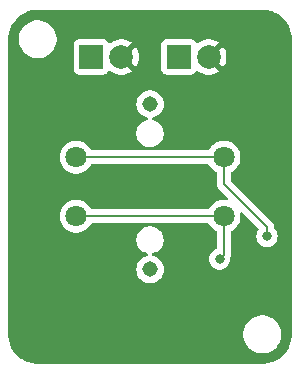
<source format=gbr>
%TF.GenerationSoftware,KiCad,Pcbnew,8.0.5*%
%TF.CreationDate,2024-09-12T13:16:26+03:00*%
%TF.ProjectId,Tactile Power Switch,54616374-696c-4652-9050-6f7765722053,rev?*%
%TF.SameCoordinates,Original*%
%TF.FileFunction,Copper,L1,Top*%
%TF.FilePolarity,Positive*%
%FSLAX46Y46*%
G04 Gerber Fmt 4.6, Leading zero omitted, Abs format (unit mm)*
G04 Created by KiCad (PCBNEW 8.0.5) date 2024-09-12 13:16:26*
%MOMM*%
%LPD*%
G01*
G04 APERTURE LIST*
%TA.AperFunction,ComponentPad*%
%ADD10C,1.800000*%
%TD*%
%TA.AperFunction,ComponentPad*%
%ADD11C,1.308000*%
%TD*%
%TA.AperFunction,ComponentPad*%
%ADD12R,2.000000X2.000000*%
%TD*%
%TA.AperFunction,ComponentPad*%
%ADD13C,2.000000*%
%TD*%
%TA.AperFunction,ViaPad*%
%ADD14C,0.800000*%
%TD*%
%TA.AperFunction,Conductor*%
%ADD15C,0.200000*%
%TD*%
G04 APERTURE END LIST*
D10*
%TO.P,S1,A*%
%TO.N,Net-(Q1-B)*%
X126249999Y-56500000D03*
%TO.P,S1,B*%
%TO.N,Net-(Q2-C)*%
X126249999Y-61500000D03*
%TO.P,S1,C*%
%TO.N,Net-(Q1-B)*%
X113750001Y-56500000D03*
%TO.P,S1,D*%
%TO.N,Net-(Q2-C)*%
X113750001Y-61500000D03*
D11*
%TO.P,S1,E*%
%TO.N,VDD*%
X120000000Y-52000001D03*
%TO.P,S1,F*%
%TO.N,Net-(R4-Pad1)*%
X120000000Y-65999999D03*
%TD*%
D12*
%TO.P,J2,1*%
%TO.N,VDD*%
X122425000Y-48000000D03*
D13*
%TO.P,J2,2*%
%TO.N,GND*%
X124965000Y-48000000D03*
%TD*%
D12*
%TO.P,J1,1*%
%TO.N,+12V*%
X115025000Y-48000000D03*
D13*
%TO.P,J1,2*%
%TO.N,GND*%
X117565000Y-48000000D03*
%TD*%
D14*
%TO.N,Net-(Q2-C)*%
X125892129Y-65128860D03*
%TO.N,GND*%
X130500000Y-67100000D03*
X127400000Y-67800000D03*
X125300000Y-66500000D03*
X119100000Y-70300000D03*
%TO.N,Net-(Q1-B)*%
X129900000Y-63200000D03*
%TD*%
D15*
%TO.N,Net-(Q2-C)*%
X126249999Y-64770990D02*
X126249999Y-61500000D01*
X113750001Y-61500000D02*
X126249999Y-61500000D01*
X125892129Y-65128860D02*
X126249999Y-64770990D01*
%TO.N,Net-(Q1-B)*%
X126249999Y-58749999D02*
X126249999Y-56500000D01*
X113750001Y-56500000D02*
X126249999Y-56500000D01*
X129900000Y-63200000D02*
X129900000Y-62400000D01*
X129900000Y-62400000D02*
X126249999Y-58749999D01*
%TD*%
%TA.AperFunction,Conductor*%
%TO.N,GND*%
G36*
X129501039Y-44000017D02*
G01*
X129503981Y-44000065D01*
X129656582Y-44002559D01*
X129670718Y-44003602D01*
X129980196Y-44044345D01*
X129996087Y-44047506D01*
X130240218Y-44112921D01*
X130296612Y-44128032D01*
X130311971Y-44133246D01*
X130599400Y-44252303D01*
X130613947Y-44259477D01*
X130883377Y-44415032D01*
X130896863Y-44424043D01*
X131143686Y-44613437D01*
X131155881Y-44624132D01*
X131375867Y-44844118D01*
X131386562Y-44856313D01*
X131575956Y-45103136D01*
X131584967Y-45116622D01*
X131740522Y-45386052D01*
X131747696Y-45400599D01*
X131866753Y-45688028D01*
X131871967Y-45703387D01*
X131952491Y-46003903D01*
X131955655Y-46019812D01*
X131996396Y-46329270D01*
X131997440Y-46343428D01*
X131999983Y-46498960D01*
X132000000Y-46500987D01*
X132000000Y-71499012D01*
X131999983Y-71501039D01*
X131997440Y-71656571D01*
X131996396Y-71670729D01*
X131955655Y-71980187D01*
X131952491Y-71996096D01*
X131871967Y-72296612D01*
X131866753Y-72311971D01*
X131747696Y-72599400D01*
X131740522Y-72613947D01*
X131584967Y-72883377D01*
X131575956Y-72896863D01*
X131386562Y-73143686D01*
X131375867Y-73155881D01*
X131155881Y-73375867D01*
X131143686Y-73386562D01*
X130896863Y-73575956D01*
X130883377Y-73584967D01*
X130613947Y-73740522D01*
X130599400Y-73747696D01*
X130311971Y-73866753D01*
X130296612Y-73871967D01*
X129996096Y-73952491D01*
X129980187Y-73955655D01*
X129670729Y-73996396D01*
X129656571Y-73997440D01*
X129501040Y-73999983D01*
X129499013Y-74000000D01*
X110500987Y-74000000D01*
X110498960Y-73999983D01*
X110343428Y-73997440D01*
X110329270Y-73996396D01*
X110019812Y-73955655D01*
X110003903Y-73952491D01*
X109703387Y-73871967D01*
X109688028Y-73866753D01*
X109400599Y-73747696D01*
X109386052Y-73740522D01*
X109116622Y-73584967D01*
X109103136Y-73575956D01*
X108856313Y-73386562D01*
X108844118Y-73375867D01*
X108624132Y-73155881D01*
X108613437Y-73143686D01*
X108424043Y-72896863D01*
X108415032Y-72883377D01*
X108259477Y-72613947D01*
X108252303Y-72599400D01*
X108133246Y-72311971D01*
X108128032Y-72296612D01*
X108112921Y-72240218D01*
X108047506Y-71996087D01*
X108044345Y-71980196D01*
X108003602Y-71670718D01*
X108002559Y-71656582D01*
X108000017Y-71501038D01*
X108000000Y-71499012D01*
X108000000Y-71374038D01*
X127899500Y-71374038D01*
X127899500Y-71625962D01*
X127938910Y-71874785D01*
X128016760Y-72114383D01*
X128131132Y-72338848D01*
X128279201Y-72542649D01*
X128279205Y-72542654D01*
X128457345Y-72720794D01*
X128457350Y-72720798D01*
X128635117Y-72849952D01*
X128661155Y-72868870D01*
X128804184Y-72941747D01*
X128885616Y-72983239D01*
X128885618Y-72983239D01*
X128885621Y-72983241D01*
X129125215Y-73061090D01*
X129374038Y-73100500D01*
X129374039Y-73100500D01*
X129625961Y-73100500D01*
X129625962Y-73100500D01*
X129874785Y-73061090D01*
X130114379Y-72983241D01*
X130338845Y-72868870D01*
X130542656Y-72720793D01*
X130720793Y-72542656D01*
X130868870Y-72338845D01*
X130983241Y-72114379D01*
X131061090Y-71874785D01*
X131100500Y-71625962D01*
X131100500Y-71374038D01*
X131061090Y-71125215D01*
X130983241Y-70885621D01*
X130983239Y-70885618D01*
X130983239Y-70885616D01*
X130941747Y-70804184D01*
X130868870Y-70661155D01*
X130849952Y-70635117D01*
X130720798Y-70457350D01*
X130720794Y-70457345D01*
X130542654Y-70279205D01*
X130542649Y-70279201D01*
X130338848Y-70131132D01*
X130338847Y-70131131D01*
X130338845Y-70131130D01*
X130268747Y-70095413D01*
X130114383Y-70016760D01*
X129874785Y-69938910D01*
X129625962Y-69899500D01*
X129374038Y-69899500D01*
X129249626Y-69919205D01*
X129125214Y-69938910D01*
X128885616Y-70016760D01*
X128661151Y-70131132D01*
X128457350Y-70279201D01*
X128457345Y-70279205D01*
X128279205Y-70457345D01*
X128279201Y-70457350D01*
X128131132Y-70661151D01*
X128016760Y-70885616D01*
X127938910Y-71125214D01*
X127938910Y-71125215D01*
X127899500Y-71374038D01*
X108000000Y-71374038D01*
X108000000Y-65999998D01*
X118840554Y-65999998D01*
X118840554Y-65999999D01*
X118860295Y-66213046D01*
X118860296Y-66213049D01*
X118918846Y-66418834D01*
X118918849Y-66418839D01*
X119014219Y-66610369D01*
X119143159Y-66781113D01*
X119301278Y-66925257D01*
X119301283Y-66925260D01*
X119301286Y-66925262D01*
X119483186Y-67037890D01*
X119483187Y-67037890D01*
X119483190Y-67037892D01*
X119682703Y-67115184D01*
X119893020Y-67154499D01*
X119893022Y-67154499D01*
X120106978Y-67154499D01*
X120106980Y-67154499D01*
X120317297Y-67115184D01*
X120516810Y-67037892D01*
X120698722Y-66925257D01*
X120856841Y-66781113D01*
X120985781Y-66610369D01*
X121081151Y-66418839D01*
X121081151Y-66418836D01*
X121081153Y-66418834D01*
X121139703Y-66213049D01*
X121139704Y-66213046D01*
X121159446Y-65999999D01*
X121159446Y-65999998D01*
X121139704Y-65786951D01*
X121139703Y-65786948D01*
X121081153Y-65581163D01*
X121081150Y-65581157D01*
X121039313Y-65497137D01*
X120985781Y-65389629D01*
X120856841Y-65218885D01*
X120698722Y-65074741D01*
X120698716Y-65074737D01*
X120698713Y-65074735D01*
X120516813Y-64962107D01*
X120516807Y-64962105D01*
X120317297Y-64884814D01*
X120240839Y-64870521D01*
X120178560Y-64838853D01*
X120143287Y-64778541D01*
X120146221Y-64708733D01*
X120186430Y-64651593D01*
X120244226Y-64626160D01*
X120269409Y-64622172D01*
X120441639Y-64566212D01*
X120602994Y-64483997D01*
X120749501Y-64377554D01*
X120877553Y-64249502D01*
X120983996Y-64102995D01*
X121066211Y-63941640D01*
X121122171Y-63769410D01*
X121136765Y-63677260D01*
X121150500Y-63590552D01*
X121150500Y-63409449D01*
X121134019Y-63305398D01*
X121122171Y-63230592D01*
X121066211Y-63058362D01*
X121066211Y-63058361D01*
X121037740Y-63002485D01*
X120983996Y-62897007D01*
X120904027Y-62786938D01*
X120877558Y-62750506D01*
X120877554Y-62750501D01*
X120749499Y-62622446D01*
X120749494Y-62622442D01*
X120602997Y-62516007D01*
X120602996Y-62516006D01*
X120602994Y-62516005D01*
X120530480Y-62479057D01*
X120441639Y-62433789D01*
X120441636Y-62433788D01*
X120269410Y-62377830D01*
X120090551Y-62349501D01*
X120090546Y-62349501D01*
X119909454Y-62349501D01*
X119909449Y-62349501D01*
X119730589Y-62377830D01*
X119558363Y-62433788D01*
X119558360Y-62433789D01*
X119397002Y-62516007D01*
X119250505Y-62622442D01*
X119250500Y-62622446D01*
X119122445Y-62750501D01*
X119122441Y-62750506D01*
X119016006Y-62897003D01*
X118933788Y-63058361D01*
X118933787Y-63058364D01*
X118877829Y-63230590D01*
X118849500Y-63409449D01*
X118849500Y-63590552D01*
X118877829Y-63769411D01*
X118933787Y-63941637D01*
X118933788Y-63941640D01*
X119016006Y-64102998D01*
X119122441Y-64249495D01*
X119122445Y-64249500D01*
X119250500Y-64377555D01*
X119250505Y-64377559D01*
X119358431Y-64455971D01*
X119397006Y-64483997D01*
X119502484Y-64537741D01*
X119558360Y-64566212D01*
X119558363Y-64566213D01*
X119730584Y-64622170D01*
X119730585Y-64622170D01*
X119730591Y-64622172D01*
X119755772Y-64626160D01*
X119818905Y-64656088D01*
X119855837Y-64715400D01*
X119854839Y-64785262D01*
X119816230Y-64843495D01*
X119759159Y-64870521D01*
X119682714Y-64884811D01*
X119682705Y-64884813D01*
X119682703Y-64884814D01*
X119556533Y-64933692D01*
X119483192Y-64962105D01*
X119483186Y-64962107D01*
X119301286Y-65074735D01*
X119301283Y-65074737D01*
X119301279Y-65074739D01*
X119301278Y-65074741D01*
X119241912Y-65128860D01*
X119143158Y-65218886D01*
X119014219Y-65389628D01*
X118918849Y-65581157D01*
X118918846Y-65581163D01*
X118860296Y-65786948D01*
X118860295Y-65786951D01*
X118840554Y-65999998D01*
X108000000Y-65999998D01*
X108000000Y-56499993D01*
X112344701Y-56499993D01*
X112344701Y-56500006D01*
X112363865Y-56731297D01*
X112363867Y-56731308D01*
X112420843Y-56956300D01*
X112514076Y-57168848D01*
X112641017Y-57363147D01*
X112641020Y-57363151D01*
X112641022Y-57363153D01*
X112798217Y-57533913D01*
X112798220Y-57533915D01*
X112798223Y-57533918D01*
X112981366Y-57676464D01*
X112981372Y-57676468D01*
X112981375Y-57676470D01*
X113185498Y-57786936D01*
X113299488Y-57826068D01*
X113405016Y-57862297D01*
X113405018Y-57862297D01*
X113405020Y-57862298D01*
X113633952Y-57900500D01*
X113633953Y-57900500D01*
X113866049Y-57900500D01*
X113866050Y-57900500D01*
X114094982Y-57862298D01*
X114314504Y-57786936D01*
X114518627Y-57676470D01*
X114701785Y-57533913D01*
X114858980Y-57363153D01*
X114985925Y-57168849D01*
X114985927Y-57168843D01*
X114987748Y-57165481D01*
X115036968Y-57115891D01*
X115096802Y-57100500D01*
X124903198Y-57100500D01*
X124970237Y-57120185D01*
X125012252Y-57165481D01*
X125014074Y-57168848D01*
X125141015Y-57363147D01*
X125141018Y-57363151D01*
X125141020Y-57363153D01*
X125298215Y-57533913D01*
X125298218Y-57533915D01*
X125298221Y-57533918D01*
X125481364Y-57676464D01*
X125481375Y-57676471D01*
X125584516Y-57732288D01*
X125634107Y-57781507D01*
X125649499Y-57841343D01*
X125649499Y-58663329D01*
X125649498Y-58663347D01*
X125649498Y-58829053D01*
X125649497Y-58829053D01*
X125690422Y-58981784D01*
X125719357Y-59031899D01*
X125719358Y-59031903D01*
X125719359Y-59031903D01*
X125769478Y-59118713D01*
X125769480Y-59118716D01*
X125888348Y-59237584D01*
X125888354Y-59237589D01*
X126553521Y-59902756D01*
X126587006Y-59964079D01*
X126582022Y-60033771D01*
X126540150Y-60089704D01*
X126474686Y-60114121D01*
X126445431Y-60112746D01*
X126366048Y-60099500D01*
X126133950Y-60099500D01*
X126088163Y-60107140D01*
X125905014Y-60137702D01*
X125685503Y-60213061D01*
X125685494Y-60213064D01*
X125481370Y-60323531D01*
X125481364Y-60323535D01*
X125298221Y-60466081D01*
X125298218Y-60466084D01*
X125141015Y-60636852D01*
X125014074Y-60831151D01*
X125012252Y-60834519D01*
X124963032Y-60884109D01*
X124903198Y-60899500D01*
X115096802Y-60899500D01*
X115029763Y-60879815D01*
X114987748Y-60834519D01*
X114985925Y-60831151D01*
X114858984Y-60636852D01*
X114858981Y-60636849D01*
X114858980Y-60636847D01*
X114701785Y-60466087D01*
X114701780Y-60466083D01*
X114701778Y-60466081D01*
X114518635Y-60323535D01*
X114518629Y-60323531D01*
X114314505Y-60213064D01*
X114314496Y-60213061D01*
X114094985Y-60137702D01*
X113923283Y-60109050D01*
X113866050Y-60099500D01*
X113633952Y-60099500D01*
X113588165Y-60107140D01*
X113405016Y-60137702D01*
X113185505Y-60213061D01*
X113185496Y-60213064D01*
X112981372Y-60323531D01*
X112981366Y-60323535D01*
X112798223Y-60466081D01*
X112798220Y-60466084D01*
X112641017Y-60636852D01*
X112514076Y-60831151D01*
X112420843Y-61043699D01*
X112363867Y-61268691D01*
X112363865Y-61268702D01*
X112344701Y-61499993D01*
X112344701Y-61500006D01*
X112363865Y-61731297D01*
X112363867Y-61731308D01*
X112420843Y-61956300D01*
X112514076Y-62168848D01*
X112641017Y-62363147D01*
X112641020Y-62363151D01*
X112641022Y-62363153D01*
X112798217Y-62533913D01*
X112798220Y-62533915D01*
X112798223Y-62533918D01*
X112981366Y-62676464D01*
X112981372Y-62676468D01*
X112981375Y-62676470D01*
X113185498Y-62786936D01*
X113299488Y-62826068D01*
X113405016Y-62862297D01*
X113405018Y-62862297D01*
X113405020Y-62862298D01*
X113633952Y-62900500D01*
X113633953Y-62900500D01*
X113866049Y-62900500D01*
X113866050Y-62900500D01*
X114094982Y-62862298D01*
X114314504Y-62786936D01*
X114518627Y-62676470D01*
X114701785Y-62533913D01*
X114858980Y-62363153D01*
X114985925Y-62168849D01*
X114985927Y-62168843D01*
X114987748Y-62165481D01*
X115036968Y-62115891D01*
X115096802Y-62100500D01*
X124903198Y-62100500D01*
X124970237Y-62120185D01*
X125012252Y-62165481D01*
X125014074Y-62168848D01*
X125141015Y-62363147D01*
X125141018Y-62363151D01*
X125141020Y-62363153D01*
X125298215Y-62533913D01*
X125298218Y-62533915D01*
X125298221Y-62533918D01*
X125481364Y-62676464D01*
X125481375Y-62676471D01*
X125584516Y-62732288D01*
X125634107Y-62781507D01*
X125649499Y-62841343D01*
X125649499Y-64170639D01*
X125629814Y-64237678D01*
X125577010Y-64283433D01*
X125575935Y-64283918D01*
X125439399Y-64344708D01*
X125439394Y-64344711D01*
X125286258Y-64455971D01*
X125159595Y-64596645D01*
X125064950Y-64760575D01*
X125064947Y-64760582D01*
X125029226Y-64870521D01*
X125006455Y-64940604D01*
X124986669Y-65128860D01*
X125006455Y-65317116D01*
X125006456Y-65317119D01*
X125064947Y-65497137D01*
X125064950Y-65497144D01*
X125159596Y-65661076D01*
X125272932Y-65786948D01*
X125286258Y-65801748D01*
X125439394Y-65913008D01*
X125439399Y-65913011D01*
X125612321Y-65990002D01*
X125612326Y-65990004D01*
X125797483Y-66029360D01*
X125797484Y-66029360D01*
X125986773Y-66029360D01*
X125986775Y-66029360D01*
X126171932Y-65990004D01*
X126344859Y-65913011D01*
X126498000Y-65801748D01*
X126624662Y-65661076D01*
X126719308Y-65497144D01*
X126777803Y-65317116D01*
X126797589Y-65128860D01*
X126792435Y-65079823D01*
X126805005Y-65011094D01*
X126808360Y-65004878D01*
X126809576Y-65002774D01*
X126850500Y-64850047D01*
X126850500Y-64691932D01*
X126850500Y-64684337D01*
X126850499Y-64684319D01*
X126850499Y-62841343D01*
X126870184Y-62774304D01*
X126915482Y-62732288D01*
X127018625Y-62676470D01*
X127201783Y-62533913D01*
X127358978Y-62363153D01*
X127485923Y-62168849D01*
X127579156Y-61956300D01*
X127636133Y-61731305D01*
X127655299Y-61500000D01*
X127655299Y-61499993D01*
X127638469Y-61296882D01*
X127652550Y-61228446D01*
X127701395Y-61178487D01*
X127769496Y-61162866D01*
X127835232Y-61186544D01*
X127849726Y-61198961D01*
X129156156Y-62505391D01*
X129189641Y-62566714D01*
X129184657Y-62636406D01*
X129168799Y-62665950D01*
X129167466Y-62667784D01*
X129072821Y-62831715D01*
X129072818Y-62831722D01*
X129014327Y-63011740D01*
X129014326Y-63011744D01*
X128994540Y-63200000D01*
X129014326Y-63388256D01*
X129014327Y-63388259D01*
X129072818Y-63568277D01*
X129072821Y-63568284D01*
X129167467Y-63732216D01*
X129200957Y-63769410D01*
X129294129Y-63872888D01*
X129447265Y-63984148D01*
X129447270Y-63984151D01*
X129620192Y-64061142D01*
X129620197Y-64061144D01*
X129805354Y-64100500D01*
X129805355Y-64100500D01*
X129994644Y-64100500D01*
X129994646Y-64100500D01*
X130179803Y-64061144D01*
X130352730Y-63984151D01*
X130505871Y-63872888D01*
X130632533Y-63732216D01*
X130727179Y-63568284D01*
X130785674Y-63388256D01*
X130805460Y-63200000D01*
X130785674Y-63011744D01*
X130727179Y-62831716D01*
X130632533Y-62667784D01*
X130560951Y-62588284D01*
X130532351Y-62556520D01*
X130502121Y-62493528D01*
X130500501Y-62473548D01*
X130500501Y-62320945D01*
X130500501Y-62320943D01*
X130459577Y-62168215D01*
X130430639Y-62118095D01*
X130380520Y-62031284D01*
X130268716Y-61919480D01*
X130268715Y-61919479D01*
X130264385Y-61915149D01*
X130264374Y-61915139D01*
X126886818Y-58537583D01*
X126853333Y-58476260D01*
X126850499Y-58449902D01*
X126850499Y-57841343D01*
X126870184Y-57774304D01*
X126915482Y-57732288D01*
X127018625Y-57676470D01*
X127201783Y-57533913D01*
X127358978Y-57363153D01*
X127485923Y-57168849D01*
X127579156Y-56956300D01*
X127636133Y-56731305D01*
X127655299Y-56500000D01*
X127655299Y-56499993D01*
X127636134Y-56268702D01*
X127636132Y-56268691D01*
X127579156Y-56043699D01*
X127485923Y-55831151D01*
X127358982Y-55636852D01*
X127358979Y-55636849D01*
X127358978Y-55636847D01*
X127201783Y-55466087D01*
X127201778Y-55466083D01*
X127201776Y-55466081D01*
X127018633Y-55323535D01*
X127018627Y-55323531D01*
X126814503Y-55213064D01*
X126814494Y-55213061D01*
X126594983Y-55137702D01*
X126386980Y-55102993D01*
X126366048Y-55099500D01*
X126133950Y-55099500D01*
X126113018Y-55102993D01*
X125905014Y-55137702D01*
X125685503Y-55213061D01*
X125685494Y-55213064D01*
X125481370Y-55323531D01*
X125481364Y-55323535D01*
X125298221Y-55466081D01*
X125298218Y-55466084D01*
X125298215Y-55466086D01*
X125298215Y-55466087D01*
X125281730Y-55483995D01*
X125141015Y-55636852D01*
X125014074Y-55831151D01*
X125012252Y-55834519D01*
X124963032Y-55884109D01*
X124903198Y-55899500D01*
X115096802Y-55899500D01*
X115029763Y-55879815D01*
X114987748Y-55834519D01*
X114985925Y-55831151D01*
X114858984Y-55636852D01*
X114858981Y-55636849D01*
X114858980Y-55636847D01*
X114701785Y-55466087D01*
X114701780Y-55466083D01*
X114701778Y-55466081D01*
X114518635Y-55323535D01*
X114518629Y-55323531D01*
X114314505Y-55213064D01*
X114314496Y-55213061D01*
X114094985Y-55137702D01*
X113886982Y-55102993D01*
X113866050Y-55099500D01*
X113633952Y-55099500D01*
X113613020Y-55102993D01*
X113405016Y-55137702D01*
X113185505Y-55213061D01*
X113185496Y-55213064D01*
X112981372Y-55323531D01*
X112981366Y-55323535D01*
X112798223Y-55466081D01*
X112798220Y-55466084D01*
X112798217Y-55466086D01*
X112798217Y-55466087D01*
X112781732Y-55483995D01*
X112641017Y-55636852D01*
X112514076Y-55831151D01*
X112420843Y-56043699D01*
X112363867Y-56268691D01*
X112363865Y-56268702D01*
X112344701Y-56499993D01*
X108000000Y-56499993D01*
X108000000Y-52000000D01*
X118840554Y-52000000D01*
X118840554Y-52000001D01*
X118860295Y-52213048D01*
X118860296Y-52213051D01*
X118918846Y-52418836D01*
X118918849Y-52418841D01*
X119014219Y-52610371D01*
X119143159Y-52781115D01*
X119301278Y-52925259D01*
X119301283Y-52925262D01*
X119301286Y-52925264D01*
X119483186Y-53037892D01*
X119483187Y-53037892D01*
X119483190Y-53037894D01*
X119682703Y-53115186D01*
X119759160Y-53129478D01*
X119821439Y-53161145D01*
X119856712Y-53221457D01*
X119853779Y-53291265D01*
X119813570Y-53348406D01*
X119755774Y-53373839D01*
X119730587Y-53377828D01*
X119558363Y-53433786D01*
X119558360Y-53433787D01*
X119397002Y-53516005D01*
X119250505Y-53622440D01*
X119250500Y-53622444D01*
X119122445Y-53750499D01*
X119122441Y-53750504D01*
X119016006Y-53897001D01*
X118933788Y-54058359D01*
X118933787Y-54058362D01*
X118877829Y-54230588D01*
X118849500Y-54409447D01*
X118849500Y-54590550D01*
X118877829Y-54769409D01*
X118933787Y-54941635D01*
X118933788Y-54941638D01*
X118989664Y-55051299D01*
X119014224Y-55099500D01*
X119016006Y-55102996D01*
X119122441Y-55249493D01*
X119122445Y-55249498D01*
X119250500Y-55377553D01*
X119250505Y-55377557D01*
X119372349Y-55466081D01*
X119397006Y-55483995D01*
X119502484Y-55537739D01*
X119558360Y-55566210D01*
X119558363Y-55566211D01*
X119644476Y-55594190D01*
X119730591Y-55622170D01*
X119813429Y-55635290D01*
X119909449Y-55650499D01*
X119909454Y-55650499D01*
X120090551Y-55650499D01*
X120177259Y-55636764D01*
X120269409Y-55622170D01*
X120441639Y-55566210D01*
X120602994Y-55483995D01*
X120749501Y-55377552D01*
X120877553Y-55249500D01*
X120983996Y-55102993D01*
X121066211Y-54941638D01*
X121122171Y-54769408D01*
X121136765Y-54677258D01*
X121150500Y-54590550D01*
X121150500Y-54409447D01*
X121134019Y-54305396D01*
X121122171Y-54230590D01*
X121066211Y-54058360D01*
X121066211Y-54058359D01*
X121037740Y-54002483D01*
X120983996Y-53897005D01*
X120970396Y-53878286D01*
X120877558Y-53750504D01*
X120877554Y-53750499D01*
X120749499Y-53622444D01*
X120749494Y-53622440D01*
X120602997Y-53516005D01*
X120602996Y-53516004D01*
X120602994Y-53516003D01*
X120551300Y-53489663D01*
X120441639Y-53433787D01*
X120441636Y-53433786D01*
X120269411Y-53377828D01*
X120244226Y-53373839D01*
X120181092Y-53343908D01*
X120144162Y-53284596D01*
X120145161Y-53214734D01*
X120183771Y-53156502D01*
X120240838Y-53129478D01*
X120317297Y-53115186D01*
X120516810Y-53037894D01*
X120698722Y-52925259D01*
X120856841Y-52781115D01*
X120985781Y-52610371D01*
X121081151Y-52418841D01*
X121081151Y-52418838D01*
X121081153Y-52418836D01*
X121139703Y-52213051D01*
X121139704Y-52213048D01*
X121159446Y-52000001D01*
X121159446Y-52000000D01*
X121139704Y-51786953D01*
X121139703Y-51786950D01*
X121081153Y-51581165D01*
X121081150Y-51581159D01*
X120985781Y-51389631D01*
X120856841Y-51218887D01*
X120698722Y-51074743D01*
X120698716Y-51074739D01*
X120698713Y-51074737D01*
X120516813Y-50962109D01*
X120516807Y-50962107D01*
X120317297Y-50884816D01*
X120106980Y-50845501D01*
X119893020Y-50845501D01*
X119682703Y-50884816D01*
X119556533Y-50933694D01*
X119483192Y-50962107D01*
X119483186Y-50962109D01*
X119301286Y-51074737D01*
X119301283Y-51074739D01*
X119301279Y-51074741D01*
X119301278Y-51074743D01*
X119143159Y-51218887D01*
X119143158Y-51218888D01*
X119014219Y-51389630D01*
X118918849Y-51581159D01*
X118918846Y-51581165D01*
X118860296Y-51786950D01*
X118860295Y-51786953D01*
X118840554Y-52000000D01*
X108000000Y-52000000D01*
X108000000Y-46500987D01*
X108000017Y-46498961D01*
X108002059Y-46374038D01*
X108899500Y-46374038D01*
X108899500Y-46625962D01*
X108927831Y-46804835D01*
X108938910Y-46874785D01*
X109016760Y-47114383D01*
X109131132Y-47338848D01*
X109279201Y-47542649D01*
X109279205Y-47542654D01*
X109457345Y-47720794D01*
X109457350Y-47720798D01*
X109635117Y-47849952D01*
X109661155Y-47868870D01*
X109746429Y-47912319D01*
X109885616Y-47983239D01*
X109885618Y-47983239D01*
X109885621Y-47983241D01*
X110125215Y-48061090D01*
X110374038Y-48100500D01*
X110374039Y-48100500D01*
X110625961Y-48100500D01*
X110625962Y-48100500D01*
X110874785Y-48061090D01*
X111114379Y-47983241D01*
X111338845Y-47868870D01*
X111542656Y-47720793D01*
X111720793Y-47542656D01*
X111868870Y-47338845D01*
X111983241Y-47114379D01*
X112035957Y-46952135D01*
X113524500Y-46952135D01*
X113524500Y-49047870D01*
X113524501Y-49047876D01*
X113530908Y-49107483D01*
X113581202Y-49242328D01*
X113581206Y-49242335D01*
X113667452Y-49357544D01*
X113667455Y-49357547D01*
X113782664Y-49443793D01*
X113782671Y-49443797D01*
X113917517Y-49494091D01*
X113917516Y-49494091D01*
X113924444Y-49494835D01*
X113977127Y-49500500D01*
X116072872Y-49500499D01*
X116132483Y-49494091D01*
X116267331Y-49443796D01*
X116382546Y-49357546D01*
X116468796Y-49242331D01*
X116468797Y-49242326D01*
X116473047Y-49234546D01*
X116476135Y-49236232D01*
X116507873Y-49193790D01*
X116573324Y-49169339D01*
X116641605Y-49184155D01*
X116658398Y-49195165D01*
X116741768Y-49260055D01*
X116741771Y-49260057D01*
X116960385Y-49378364D01*
X116960396Y-49378369D01*
X117195506Y-49459083D01*
X117440707Y-49500000D01*
X117689293Y-49500000D01*
X117934493Y-49459083D01*
X118169603Y-49378369D01*
X118169614Y-49378364D01*
X118388228Y-49260057D01*
X118388231Y-49260055D01*
X118435056Y-49223609D01*
X117776059Y-48564612D01*
X117796591Y-48559111D01*
X117933408Y-48480119D01*
X118045119Y-48368408D01*
X118124111Y-48231591D01*
X118129612Y-48211059D01*
X118788434Y-48869882D01*
X118888731Y-48716369D01*
X118988587Y-48488717D01*
X119049612Y-48247738D01*
X119049614Y-48247729D01*
X119070141Y-48000005D01*
X119070141Y-47999994D01*
X119049614Y-47752270D01*
X119049612Y-47752261D01*
X118988587Y-47511282D01*
X118888731Y-47283630D01*
X118788434Y-47130116D01*
X118129612Y-47788939D01*
X118124111Y-47768409D01*
X118045119Y-47631592D01*
X117933408Y-47519881D01*
X117796591Y-47440889D01*
X117776059Y-47435387D01*
X118259311Y-46952135D01*
X120924500Y-46952135D01*
X120924500Y-49047870D01*
X120924501Y-49047876D01*
X120930908Y-49107483D01*
X120981202Y-49242328D01*
X120981206Y-49242335D01*
X121067452Y-49357544D01*
X121067455Y-49357547D01*
X121182664Y-49443793D01*
X121182671Y-49443797D01*
X121317517Y-49494091D01*
X121317516Y-49494091D01*
X121324444Y-49494835D01*
X121377127Y-49500500D01*
X123472872Y-49500499D01*
X123532483Y-49494091D01*
X123667331Y-49443796D01*
X123782546Y-49357546D01*
X123868796Y-49242331D01*
X123868797Y-49242326D01*
X123873047Y-49234546D01*
X123876135Y-49236232D01*
X123907873Y-49193790D01*
X123973324Y-49169339D01*
X124041605Y-49184155D01*
X124058398Y-49195165D01*
X124141768Y-49260055D01*
X124141771Y-49260057D01*
X124360385Y-49378364D01*
X124360396Y-49378369D01*
X124595506Y-49459083D01*
X124840707Y-49500000D01*
X125089293Y-49500000D01*
X125334493Y-49459083D01*
X125569603Y-49378369D01*
X125569614Y-49378364D01*
X125788228Y-49260057D01*
X125788231Y-49260055D01*
X125835056Y-49223609D01*
X125176059Y-48564612D01*
X125196591Y-48559111D01*
X125333408Y-48480119D01*
X125445119Y-48368408D01*
X125524111Y-48231591D01*
X125529612Y-48211060D01*
X126188434Y-48869882D01*
X126288731Y-48716369D01*
X126388587Y-48488717D01*
X126449612Y-48247738D01*
X126449614Y-48247729D01*
X126470141Y-48000005D01*
X126470141Y-47999994D01*
X126449614Y-47752270D01*
X126449612Y-47752261D01*
X126388587Y-47511282D01*
X126288731Y-47283630D01*
X126188434Y-47130116D01*
X125529612Y-47788939D01*
X125524111Y-47768409D01*
X125445119Y-47631592D01*
X125333408Y-47519881D01*
X125196591Y-47440889D01*
X125176059Y-47435387D01*
X125835057Y-46776389D01*
X125788229Y-46739943D01*
X125569614Y-46621635D01*
X125569603Y-46621630D01*
X125334493Y-46540916D01*
X125089293Y-46500000D01*
X124840707Y-46500000D01*
X124595506Y-46540916D01*
X124360396Y-46621630D01*
X124360385Y-46621635D01*
X124141771Y-46739942D01*
X124141769Y-46739943D01*
X124058397Y-46804835D01*
X123993403Y-46830477D01*
X123924863Y-46816910D01*
X123874538Y-46768442D01*
X123873120Y-46765413D01*
X123873047Y-46765454D01*
X123868793Y-46757664D01*
X123782547Y-46642455D01*
X123782544Y-46642452D01*
X123667335Y-46556206D01*
X123667328Y-46556202D01*
X123532482Y-46505908D01*
X123532483Y-46505908D01*
X123472883Y-46499501D01*
X123472881Y-46499500D01*
X123472873Y-46499500D01*
X123472864Y-46499500D01*
X121377129Y-46499500D01*
X121377123Y-46499501D01*
X121317516Y-46505908D01*
X121182671Y-46556202D01*
X121182664Y-46556206D01*
X121067455Y-46642452D01*
X121067452Y-46642455D01*
X120981206Y-46757664D01*
X120981202Y-46757671D01*
X120930908Y-46892517D01*
X120924501Y-46952116D01*
X120924500Y-46952135D01*
X118259311Y-46952135D01*
X118435057Y-46776389D01*
X118388229Y-46739943D01*
X118169614Y-46621635D01*
X118169603Y-46621630D01*
X117934493Y-46540916D01*
X117689293Y-46500000D01*
X117440707Y-46500000D01*
X117195506Y-46540916D01*
X116960396Y-46621630D01*
X116960385Y-46621635D01*
X116741771Y-46739942D01*
X116741769Y-46739943D01*
X116658397Y-46804835D01*
X116593403Y-46830477D01*
X116524863Y-46816910D01*
X116474538Y-46768442D01*
X116473120Y-46765413D01*
X116473047Y-46765454D01*
X116468793Y-46757664D01*
X116382547Y-46642455D01*
X116382544Y-46642452D01*
X116267335Y-46556206D01*
X116267328Y-46556202D01*
X116132482Y-46505908D01*
X116132483Y-46505908D01*
X116072883Y-46499501D01*
X116072881Y-46499500D01*
X116072873Y-46499500D01*
X116072864Y-46499500D01*
X113977129Y-46499500D01*
X113977123Y-46499501D01*
X113917516Y-46505908D01*
X113782671Y-46556202D01*
X113782664Y-46556206D01*
X113667455Y-46642452D01*
X113667452Y-46642455D01*
X113581206Y-46757664D01*
X113581202Y-46757671D01*
X113530908Y-46892517D01*
X113524501Y-46952116D01*
X113524500Y-46952135D01*
X112035957Y-46952135D01*
X112061090Y-46874785D01*
X112100500Y-46625962D01*
X112100500Y-46374038D01*
X112061090Y-46125215D01*
X111983241Y-45885621D01*
X111983239Y-45885618D01*
X111983239Y-45885616D01*
X111882562Y-45688028D01*
X111868870Y-45661155D01*
X111849952Y-45635117D01*
X111720798Y-45457350D01*
X111720794Y-45457345D01*
X111542654Y-45279205D01*
X111542649Y-45279201D01*
X111338848Y-45131132D01*
X111338847Y-45131131D01*
X111338845Y-45131130D01*
X111268747Y-45095413D01*
X111114383Y-45016760D01*
X110874785Y-44938910D01*
X110625962Y-44899500D01*
X110374038Y-44899500D01*
X110249626Y-44919205D01*
X110125214Y-44938910D01*
X109885616Y-45016760D01*
X109661151Y-45131132D01*
X109457350Y-45279201D01*
X109457345Y-45279205D01*
X109279205Y-45457345D01*
X109279201Y-45457350D01*
X109131132Y-45661151D01*
X109016760Y-45885616D01*
X108938910Y-46125214D01*
X108938910Y-46125215D01*
X108899500Y-46374038D01*
X108002059Y-46374038D01*
X108002559Y-46343416D01*
X108003602Y-46329283D01*
X108044346Y-46019800D01*
X108047505Y-46003915D01*
X108128032Y-45703385D01*
X108133246Y-45688028D01*
X108252303Y-45400599D01*
X108259473Y-45386058D01*
X108415036Y-45116615D01*
X108424038Y-45103143D01*
X108613443Y-44856305D01*
X108624124Y-44844126D01*
X108844126Y-44624124D01*
X108856305Y-44613443D01*
X109103143Y-44424038D01*
X109116615Y-44415036D01*
X109386058Y-44259473D01*
X109400592Y-44252306D01*
X109688030Y-44133245D01*
X109703387Y-44128032D01*
X110003915Y-44047505D01*
X110019800Y-44044346D01*
X110329283Y-44003602D01*
X110343416Y-44002559D01*
X110496083Y-44000064D01*
X110498961Y-44000017D01*
X110500987Y-44000000D01*
X129499013Y-44000000D01*
X129501039Y-44000017D01*
G37*
%TD.AperFunction*%
%TD*%
M02*

</source>
